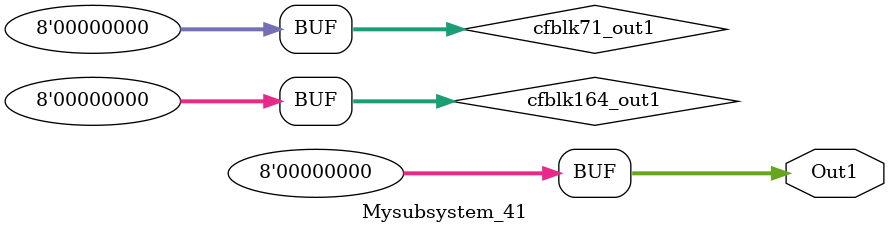
<source format=v>



`timescale 1 ns / 1 ns

module Mysubsystem_41
          (Out1);


  output  [7:0] Out1;  // uint8


  wire [7:0] cfblk164_out1;  // uint8
  wire [7:0] cfblk71_out1;  // uint8


  assign cfblk164_out1 = 8'b00000000;



  assign cfblk71_out1 = (cfblk164_out1 > 8'b00000000 ? 8'b00000001 :
              8'b00000000);



  assign Out1 = cfblk71_out1;

endmodule  // Mysubsystem_41


</source>
